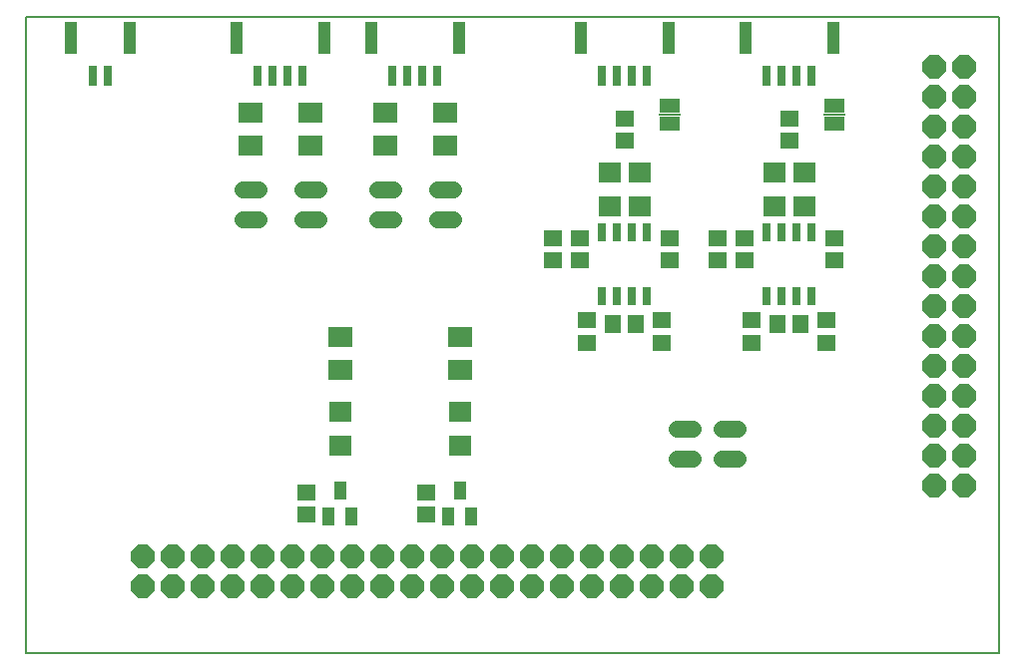
<source format=gts>
G75*
%MOIN*%
%OFA0B0*%
%FSLAX25Y25*%
%IPPOS*%
%LPD*%
%AMOC8*
5,1,8,0,0,1.08239X$1,22.5*
%
%ADD10C,0.00800*%
%ADD11OC8,0.07900*%
%ADD12R,0.08274X0.06699*%
%ADD13R,0.07498X0.06699*%
%ADD14R,0.02800X0.06400*%
%ADD15R,0.05518X0.06306*%
%ADD16R,0.06306X0.05518*%
%ADD17R,0.06700X0.05000*%
%ADD18R,0.07200X0.00600*%
%ADD19C,0.05800*%
%ADD20R,0.02762X0.07093*%
%ADD21R,0.04337X0.11030*%
%ADD22R,0.04337X0.05912*%
D10*
X0210000Y0455000D02*
X0210000Y0667500D01*
X0535000Y0667500D01*
X0535000Y0455000D01*
X0210000Y0455000D01*
D11*
X0249000Y0477400D03*
X0249000Y0487400D03*
X0259000Y0487400D03*
X0259000Y0477400D03*
X0269000Y0477400D03*
X0269000Y0487400D03*
X0279000Y0487400D03*
X0279000Y0477400D03*
X0289000Y0477400D03*
X0289000Y0487400D03*
X0299000Y0487400D03*
X0299000Y0477400D03*
X0309000Y0477400D03*
X0309000Y0487400D03*
X0319000Y0487400D03*
X0319000Y0477400D03*
X0329000Y0477400D03*
X0329000Y0487400D03*
X0339000Y0487400D03*
X0339000Y0477400D03*
X0349000Y0477400D03*
X0349000Y0487400D03*
X0359000Y0487400D03*
X0359000Y0477400D03*
X0369000Y0477400D03*
X0369000Y0487400D03*
X0379000Y0487400D03*
X0379000Y0477400D03*
X0389000Y0477400D03*
X0389000Y0487400D03*
X0399000Y0487400D03*
X0399000Y0477400D03*
X0409000Y0477400D03*
X0409000Y0487400D03*
X0419000Y0487400D03*
X0419000Y0477400D03*
X0429000Y0477400D03*
X0429000Y0487400D03*
X0439000Y0487400D03*
X0439000Y0477400D03*
X0513500Y0511000D03*
X0513500Y0521000D03*
X0513500Y0531000D03*
X0513500Y0541000D03*
X0513500Y0551000D03*
X0513500Y0561000D03*
X0513500Y0571000D03*
X0513500Y0581000D03*
X0513500Y0591000D03*
X0513500Y0601000D03*
X0513500Y0611000D03*
X0513500Y0621000D03*
X0513500Y0631000D03*
X0513500Y0641000D03*
X0513500Y0651000D03*
X0523500Y0651000D03*
X0523500Y0641000D03*
X0523500Y0631000D03*
X0523500Y0621000D03*
X0523500Y0611000D03*
X0523500Y0601000D03*
X0523500Y0591000D03*
X0523500Y0581000D03*
X0523500Y0571000D03*
X0523500Y0561000D03*
X0523500Y0551000D03*
X0523500Y0541000D03*
X0523500Y0531000D03*
X0523500Y0521000D03*
X0523500Y0511000D03*
D12*
X0355000Y0549488D03*
X0355000Y0560512D03*
X0315000Y0560512D03*
X0315000Y0549488D03*
X0305000Y0624488D03*
X0305000Y0635512D03*
X0285000Y0635512D03*
X0285000Y0624488D03*
X0330000Y0624488D03*
X0330000Y0635512D03*
X0350000Y0635512D03*
X0350000Y0624488D03*
D13*
X0405000Y0615598D03*
X0405000Y0604402D03*
X0415000Y0604402D03*
X0415000Y0615598D03*
X0460000Y0615598D03*
X0470000Y0615598D03*
X0470000Y0604402D03*
X0460000Y0604402D03*
X0355000Y0535598D03*
X0355000Y0524402D03*
X0315000Y0524402D03*
X0315000Y0535598D03*
D14*
X0402500Y0574400D03*
X0407500Y0574400D03*
X0412500Y0574400D03*
X0417500Y0574400D03*
X0417500Y0595600D03*
X0412500Y0595600D03*
X0407500Y0595600D03*
X0402500Y0595600D03*
X0457500Y0595600D03*
X0462500Y0595600D03*
X0467500Y0595600D03*
X0472500Y0595600D03*
X0472500Y0574400D03*
X0467500Y0574400D03*
X0462500Y0574400D03*
X0457500Y0574400D03*
D15*
X0461260Y0565000D03*
X0468740Y0565000D03*
X0413740Y0565000D03*
X0406260Y0565000D03*
D16*
X0397500Y0566240D03*
X0397500Y0558760D03*
X0395000Y0586260D03*
X0395000Y0593740D03*
X0386250Y0593740D03*
X0386250Y0586260D03*
X0410000Y0626260D03*
X0410000Y0633740D03*
X0425000Y0593740D03*
X0425000Y0586260D03*
X0441250Y0586260D03*
X0441250Y0593740D03*
X0450000Y0593740D03*
X0450000Y0586260D03*
X0452500Y0566240D03*
X0452500Y0558760D03*
X0477500Y0558760D03*
X0477500Y0566240D03*
X0480000Y0586260D03*
X0480000Y0593740D03*
X0465000Y0626260D03*
X0465000Y0633740D03*
X0422500Y0566240D03*
X0422500Y0558760D03*
X0343750Y0508740D03*
X0343750Y0501260D03*
X0303750Y0501260D03*
X0303750Y0508740D03*
D17*
X0425000Y0632000D03*
X0425000Y0638000D03*
X0480000Y0638000D03*
X0480000Y0632000D03*
D18*
X0480000Y0635000D03*
X0425000Y0635000D03*
D19*
X0352700Y0610000D02*
X0347300Y0610000D01*
X0347300Y0600000D02*
X0352700Y0600000D01*
X0332700Y0600000D02*
X0327300Y0600000D01*
X0327300Y0610000D02*
X0332700Y0610000D01*
X0307700Y0610000D02*
X0302300Y0610000D01*
X0302300Y0600000D02*
X0307700Y0600000D01*
X0287700Y0600000D02*
X0282300Y0600000D01*
X0282300Y0610000D02*
X0287700Y0610000D01*
X0427300Y0530000D02*
X0432700Y0530000D01*
X0442300Y0530000D02*
X0447700Y0530000D01*
X0447700Y0520000D02*
X0442300Y0520000D01*
X0432700Y0520000D02*
X0427300Y0520000D01*
D20*
X0417382Y0647904D03*
X0412461Y0647904D03*
X0407539Y0647904D03*
X0402618Y0647904D03*
X0347382Y0647904D03*
X0342461Y0647904D03*
X0337539Y0647904D03*
X0332618Y0647904D03*
X0302382Y0647904D03*
X0297461Y0647904D03*
X0292539Y0647904D03*
X0287618Y0647904D03*
X0237461Y0647904D03*
X0232539Y0647904D03*
X0457618Y0647904D03*
X0462539Y0647904D03*
X0467461Y0647904D03*
X0472382Y0647904D03*
D21*
X0479665Y0660502D03*
X0450335Y0660502D03*
X0424665Y0660502D03*
X0395335Y0660502D03*
X0354665Y0660502D03*
X0325335Y0660502D03*
X0309665Y0660502D03*
X0280335Y0660502D03*
X0244744Y0660502D03*
X0225256Y0660502D03*
D22*
X0315000Y0509331D03*
X0311260Y0500669D03*
X0318740Y0500669D03*
X0351260Y0500669D03*
X0358740Y0500669D03*
X0355000Y0509331D03*
M02*

</source>
